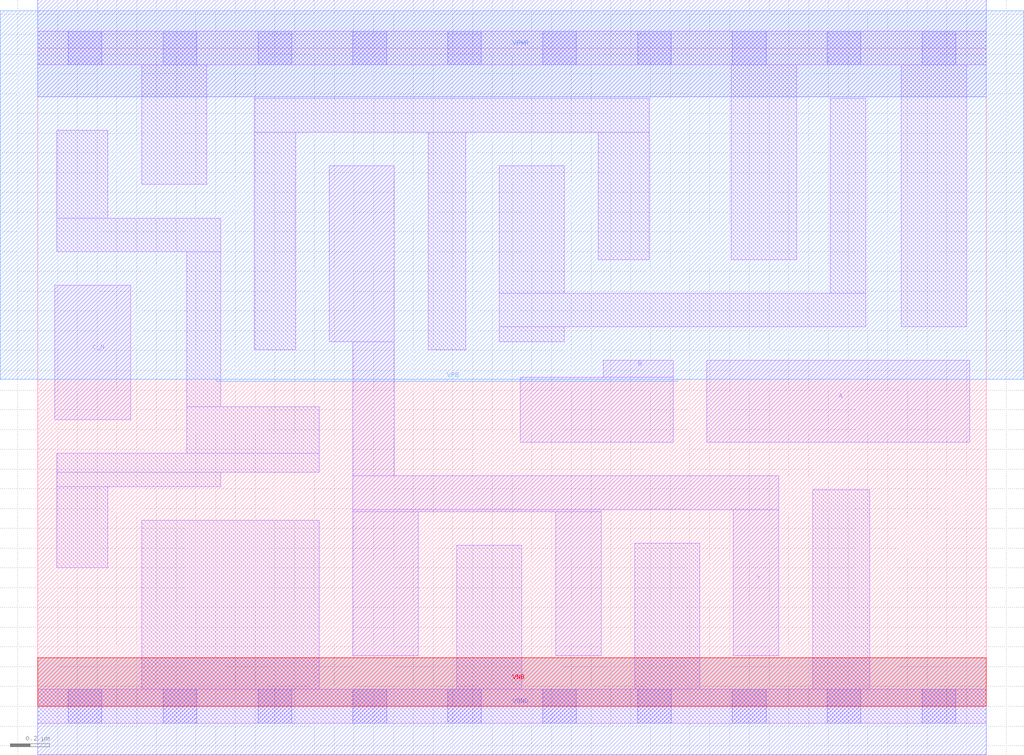
<source format=lef>
# Copyright 2020 The SkyWater PDK Authors
#
# Licensed under the Apache License, Version 2.0 (the "License");
# you may not use this file except in compliance with the License.
# You may obtain a copy of the License at
#
#     https://www.apache.org/licenses/LICENSE-2.0
#
# Unless required by applicable law or agreed to in writing, software
# distributed under the License is distributed on an "AS IS" BASIS,
# WITHOUT WARRANTIES OR CONDITIONS OF ANY KIND, either express or implied.
# See the License for the specific language governing permissions and
# limitations under the License.
#
# SPDX-License-Identifier: Apache-2.0

VERSION 5.7 ;
  NOWIREEXTENSIONATPIN ON ;
  DIVIDERCHAR "/" ;
  BUSBITCHARS "[]" ;
MACRO sky130_fd_sc_lp__nor3b_2
  CLASS CORE ;
  FOREIGN sky130_fd_sc_lp__nor3b_2 ;
  ORIGIN  0.000000  0.000000 ;
  SIZE  4.800000 BY  3.330000 ;
  SYMMETRY X Y R90 ;
  SITE unit ;
  PIN A
    ANTENNAGATEAREA  0.630000 ;
    DIRECTION INPUT ;
    USE SIGNAL ;
    PORT
      LAYER li1 ;
        RECT 3.385000 1.335000 4.715000 1.750000 ;
    END
  END A
  PIN B
    ANTENNAGATEAREA  0.630000 ;
    DIRECTION INPUT ;
    USE SIGNAL ;
    PORT
      LAYER li1 ;
        RECT 2.440000 1.335000 3.215000 1.665000 ;
        RECT 2.860000 1.665000 3.215000 1.750000 ;
    END
  END B
  PIN C_N
    ANTENNAGATEAREA  0.126000 ;
    DIRECTION INPUT ;
    USE SIGNAL ;
    PORT
      LAYER li1 ;
        RECT 0.085000 1.450000 0.470000 2.130000 ;
    END
  END C_N
  PIN Y
    ANTENNADIFFAREA  1.146600 ;
    DIRECTION OUTPUT ;
    USE SIGNAL ;
    PORT
      LAYER li1 ;
        RECT 1.475000 1.845000 1.805000 2.735000 ;
        RECT 1.595000 0.255000 1.925000 0.985000 ;
        RECT 1.595000 0.985000 2.850000 0.995000 ;
        RECT 1.595000 0.995000 3.750000 1.165000 ;
        RECT 1.595000 1.165000 1.805000 1.845000 ;
        RECT 2.620000 0.255000 2.850000 0.985000 ;
        RECT 3.520000 0.255000 3.750000 0.995000 ;
    END
  END Y
  PIN VGND
    DIRECTION INOUT ;
    USE GROUND ;
    PORT
      LAYER met1 ;
        RECT 0.000000 -0.245000 4.800000 0.245000 ;
    END
  END VGND
  PIN VNB
    DIRECTION INOUT ;
    USE GROUND ;
    PORT
      LAYER pwell ;
        RECT 0.000000 0.000000 4.800000 0.245000 ;
    END
  END VNB
  PIN VPB
    DIRECTION INOUT ;
    USE POWER ;
    PORT
      LAYER nwell ;
        RECT -0.190000 1.655000 4.990000 3.520000 ;
        RECT  0.905000 1.645000 3.235000 1.655000 ;
    END
  END VPB
  PIN VPWR
    DIRECTION INOUT ;
    USE POWER ;
    PORT
      LAYER met1 ;
        RECT 0.000000 3.085000 4.800000 3.575000 ;
    END
  END VPWR
  OBS
    LAYER li1 ;
      RECT 0.000000 -0.085000 4.800000 0.085000 ;
      RECT 0.000000  3.245000 4.800000 3.415000 ;
      RECT 0.095000  0.700000 0.355000 1.110000 ;
      RECT 0.095000  1.110000 0.925000 1.185000 ;
      RECT 0.095000  1.185000 1.425000 1.280000 ;
      RECT 0.095000  2.300000 0.925000 2.470000 ;
      RECT 0.095000  2.470000 0.355000 2.915000 ;
      RECT 0.525000  0.085000 1.425000 0.940000 ;
      RECT 0.525000  2.640000 0.855000 3.245000 ;
      RECT 0.755000  1.280000 1.425000 1.515000 ;
      RECT 0.755000  1.515000 0.925000 2.300000 ;
      RECT 1.095000  1.805000 1.305000 2.905000 ;
      RECT 1.095000  2.905000 3.095000 3.075000 ;
      RECT 1.975000  1.805000 2.165000 2.905000 ;
      RECT 2.120000  0.085000 2.450000 0.815000 ;
      RECT 2.335000  1.845000 2.665000 1.920000 ;
      RECT 2.335000  1.920000 4.190000 2.090000 ;
      RECT 2.335000  2.090000 2.665000 2.735000 ;
      RECT 2.835000  2.260000 3.095000 2.905000 ;
      RECT 3.020000  0.085000 3.350000 0.825000 ;
      RECT 3.510000  2.260000 3.840000 3.245000 ;
      RECT 3.920000  0.085000 4.210000 1.095000 ;
      RECT 4.010000  2.090000 4.190000 3.075000 ;
      RECT 4.370000  1.920000 4.700000 3.245000 ;
    LAYER mcon ;
      RECT 0.155000 -0.085000 0.325000 0.085000 ;
      RECT 0.155000  3.245000 0.325000 3.415000 ;
      RECT 0.635000 -0.085000 0.805000 0.085000 ;
      RECT 0.635000  3.245000 0.805000 3.415000 ;
      RECT 1.115000 -0.085000 1.285000 0.085000 ;
      RECT 1.115000  3.245000 1.285000 3.415000 ;
      RECT 1.595000 -0.085000 1.765000 0.085000 ;
      RECT 1.595000  3.245000 1.765000 3.415000 ;
      RECT 2.075000 -0.085000 2.245000 0.085000 ;
      RECT 2.075000  3.245000 2.245000 3.415000 ;
      RECT 2.555000 -0.085000 2.725000 0.085000 ;
      RECT 2.555000  3.245000 2.725000 3.415000 ;
      RECT 3.035000 -0.085000 3.205000 0.085000 ;
      RECT 3.035000  3.245000 3.205000 3.415000 ;
      RECT 3.515000 -0.085000 3.685000 0.085000 ;
      RECT 3.515000  3.245000 3.685000 3.415000 ;
      RECT 3.995000 -0.085000 4.165000 0.085000 ;
      RECT 3.995000  3.245000 4.165000 3.415000 ;
      RECT 4.475000 -0.085000 4.645000 0.085000 ;
      RECT 4.475000  3.245000 4.645000 3.415000 ;
  END
END sky130_fd_sc_lp__nor3b_2
END LIBRARY

</source>
